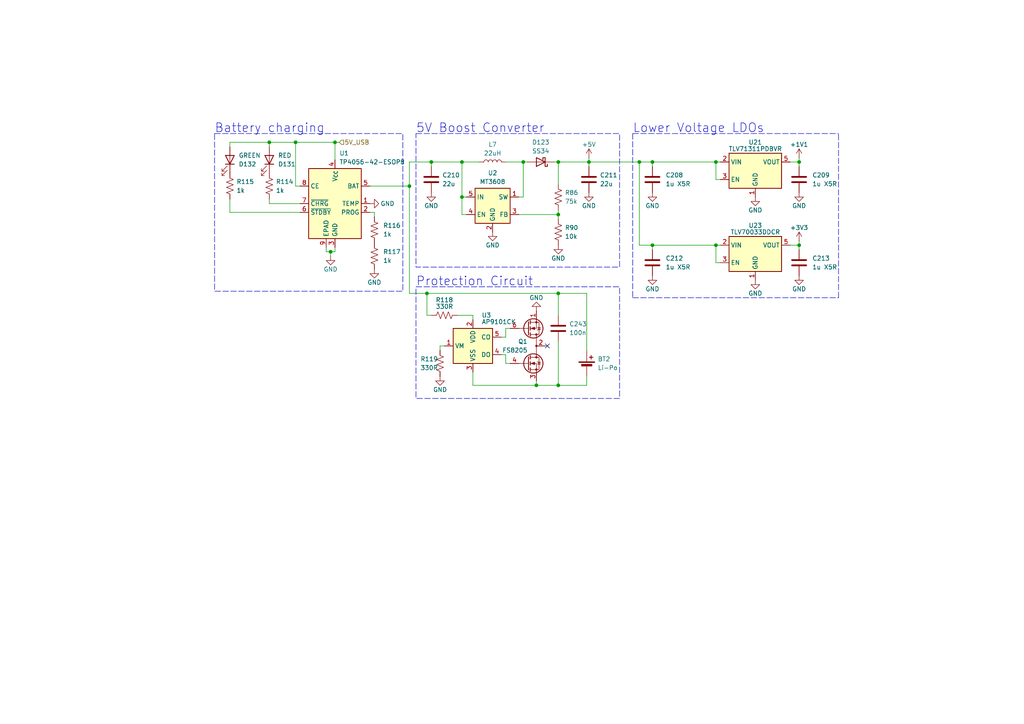
<source format=kicad_sch>
(kicad_sch (version 20250114) (generator "eeschema") (generator_version "9.0")
  (paper "A4")
  (lib_symbols
    (symbol "Battery_Management:AP9101CK"
      (property "Reference" "U3" (at 2.54 8.89 0))
      (property "Value" "AP9101CK" (at 2.54 6.985 0))
      (symbol "AP9101CK_0_1"
        (rectangle (start -5.715 5.08) (end 5.715 -5.08) (stroke (width 0.254)) (fill (type background)))
      )
      (symbol "AP9101CK_1_1"
        (pin passive line (at -8.255 0 0) (length 2.54) (name "VM") (number "1"))
        (pin power_in line (at 0 7.62 270) (length 2.54) (name "VDD") (number "2"))
        (pin power_in line (at 0 -7.62 90) (length 2.54) (name "VSS") (number "3"))
        (pin output line (at 8.255 2.54 180) (length 2.54) (name "CO") (number "5"))
        (pin output line (at 8.255 -2.54 180) (length 2.54) (name "DO") (number "4"))
      )
    )
    (symbol "Battery_Management:TP4056-42-ESOP8"
      (property "Reference" "U" (at -6.604 11.684 0))
      (property "Value" "TP4056-42-ESOP8" (at 10.16 11.684 0))
      (symbol "TP4056-42-ESOP8_1_0"
        (pin input line (at -10.16 5.08 0) (length 2.54) (name "CE") (number "8"))
        (pin open_collector line (at -10.16 0 0) (length 2.54) (name "~{CHRG}") (number "7"))
        (pin open_collector line (at -10.16 -2.54 0) (length 2.54) (name "~{STDBY}") (number "6"))
        (pin passive line (at -2.54 -12.7 90) (length 2.54) (name "EPAD") (number "9"))
        (pin power_in line (at 0 12.7 270) (length 2.54) (name "V_{CC}") (number "4"))
        (pin power_in line (at 0 -12.7 90) (length 2.54) (name "GND") (number "3"))
        (pin power_out line (at 10.16 5.08 180) (length 2.54) (name "BAT") (number "5"))
        (pin input line (at 10.16 0 180) (length 2.54) (name "TEMP") (number "1"))
        (pin passive line (at 10.16 -2.54 180) (length 2.54) (name "PROG") (number "2"))
      )
      (symbol "TP4056-42-ESOP8_1_1"
        (rectangle (start -7.62 10.16) (end 7.62 -10.16) (stroke (width 0.254)) (fill (type background)))
      )
    )
    (symbol "Device:Battery_Cell" (pin_numbers (hide yes)) (pin_names (offset 0) (hide yes))
      (property "Reference" "BT" (at 2.54 2.54 0))
      (property "Value" "Battery_Cell" (at 2.54 0 0))
      (symbol "Battery_Cell_0_1"
        (rectangle (start -2.286 1.778) (end 2.286 1.524) (fill (type outline)))
        (rectangle (start -1.524 1.016) (end 1.524 0.508) (fill (type outline)))
        (polyline (pts (xy 0 1.778) (xy 0 2.54)))
        (polyline (pts (xy 0 0.762) (xy 0 0)))
        (polyline (pts (xy 0.762 3.048) (xy 1.778 3.048)) (stroke (width 0.254)))
        (polyline (pts (xy 1.27 3.556) (xy 1.27 2.54)) (stroke (width 0.254)))
      )
      (symbol "Battery_Cell_1_1"
        (pin passive line (at 0 5.08 270) (length 2.54) (name "+") (number "1"))
        (pin passive line (at 0 -2.54 90) (length 2.54) (name "-") (number "2"))
      )
    )
    (symbol "Device:C" (pin_numbers (hide yes)) (pin_names (offset 0.254))
      (property "Reference" "C" (at 0.635 2.54 0))
      (property "Value" "C" (at 0.635 -2.54 0))
      (symbol "C_0_1"
        (polyline (pts (xy -2.032 0.762) (xy 2.032 0.762)) (stroke (width 0.508)))
        (polyline (pts (xy -2.032 -0.762) (xy 2.032 -0.762)) (stroke (width 0.508)))
      )
      (symbol "C_1_1"
        (pin passive line (at 0 3.81 270) (length 2.794) (name "~") (number "1"))
        (pin passive line (at 0 -3.81 90) (length 2.794) (name "~") (number "2"))
      )
    )
    (symbol "Device:D_Schottky" (pin_numbers (hide yes)) (pin_names (offset 1.016) (hide yes))
      (property "Reference" "D" (at 0 2.54 0))
      (property "Value" "D_Schottky" (at 0 -2.54 0))
      (symbol "D_Schottky_0_1"
        (polyline (pts (xy -1.905 0.635) (xy -1.905 1.27) (xy -1.27 1.27) (xy -1.27 -1.27) (xy -0.635 -1.27) (xy -0.635 -0.635)) (stroke (width 0.254)))
        (polyline (pts (xy 1.27 1.27) (xy 1.27 -1.27) (xy -1.27 0) (xy 1.27 1.27)) (stroke (width 0.254)))
        (polyline (pts (xy 1.27 0) (xy -1.27 0)))
      )
      (symbol "D_Schottky_1_1"
        (pin passive line (at -3.81 0 0) (length 2.54) (name "K") (number "1"))
        (pin passive line (at 3.81 0 180) (length 2.54) (name "A") (number "2"))
      )
    )
    (symbol "Device:L" (pin_numbers (hide yes)) (pin_names (offset 1.016) (hide yes))
      (property "Reference" "L" (at -1.27 0 90))
      (property "Value" "L" (at 1.905 0 90))
      (symbol "L_0_1"
        (arc (start 0 2.54) (mid 0.6323 1.905) (end 0 1.27))
        (arc (start 0 1.27) (mid 0.6323 0.635) (end 0 0))
        (arc (start 0 0) (mid 0.6323 -0.635) (end 0 -1.27))
        (arc (start 0 -1.27) (mid 0.6323 -1.905) (end 0 -2.54))
      )
      (symbol "L_1_1"
        (pin passive line (at 0 3.81 270) (length 1.27) (name "1") (number "1"))
        (pin passive line (at 0 -3.81 90) (length 1.27) (name "2") (number "2"))
      )
    )
    (symbol "Device:LED" (pin_numbers (hide yes)) (pin_names (offset 1.016) (hide yes))
      (property "Reference" "D" (at 0 2.54 0))
      (property "Value" "LED" (at 0 -2.54 0))
      (symbol "LED_0_1"
        (polyline (pts (xy -3.048 -0.762) (xy -4.572 -2.286) (xy -3.81 -2.286) (xy -4.572 -2.286) (xy -4.572 -1.524)))
        (polyline (pts (xy -1.778 -0.762) (xy -3.302 -2.286) (xy -2.54 -2.286) (xy -3.302 -2.286) (xy -3.302 -1.524)))
        (polyline (pts (xy -1.27 0) (xy 1.27 0)))
        (polyline (pts (xy -1.27 -1.27) (xy -1.27 1.27)) (stroke (width 0.254)))
        (polyline (pts (xy 1.27 -1.27) (xy 1.27 1.27) (xy -1.27 0) (xy 1.27 -1.27)) (stroke (width 0.254)))
      )
      (symbol "LED_1_1"
        (pin passive line (at -3.81 0 0) (length 2.54) (name "K") (number "1"))
        (pin passive line (at 3.81 0 180) (length 2.54) (name "A") (number "2"))
      )
    )
    (symbol "Device:R_US" (pin_numbers (hide yes)) (pin_names (offset 0))
      (property "Reference" "R" (at 2.54 0 90))
      (property "Value" "R_US" (at -2.54 0 90))
      (symbol "R_US_0_1"
        (polyline (pts (xy 0 2.286) (xy 0 2.54)))
        (polyline (pts (xy 0 2.286) (xy 1.016 1.905) (xy 0 1.524) (xy -1.016 1.143) (xy 0 0.762)))
        (polyline (pts (xy 0 0.762) (xy 1.016 0.381) (xy 0 0) (xy -1.016 -0.381) (xy 0 -0.762)))
        (polyline (pts (xy 0 -0.762) (xy 1.016 -1.143) (xy 0 -1.524) (xy -1.016 -1.905) (xy 0 -2.286)))
        (polyline (pts (xy 0 -2.286) (xy 0 -2.54)))
      )
      (symbol "R_US_1_1"
        (pin passive line (at 0 3.81 270) (length 1.27) (name "~") (number "1"))
        (pin passive line (at 0 -3.81 90) (length 1.27) (name "~") (number "2"))
      )
    )
    (symbol "Regulator_Linear:ADP7182AUJZ-1.8"
      (property "Reference" "U" (at 0 -7.62 0))
      (property "Value" "ADP7182AUJZ-1.8" (at 0 -6.35 0))
      (symbol "ADP7182AUJZ-1.8_0_1"
        (rectangle (start -7.62 5.08) (end 7.62 -5.08) (stroke (width 0.254)) (fill (type background)))
      )
      (symbol "ADP7182AUJZ-1.8_1_1"
        (pin input line (at -10.16 2.54 0) (length 2.54) (name "EN") (number "3"))
        (pin power_in line (at -10.16 -2.54 0) (length 2.54) (name "VIN") (number "2"))
        (pin power_in line (at 0 7.62 270) (length 2.54) (name "GND") (number "1"))
        (pin no_connect line (at 7.62 0 180) (length 2.54) (hide yes) (name "NC") (number "4"))
        (pin power_out line (at 10.16 -2.54 180) (length 2.54) (name "VOUT") (number "5"))
      )
    )
    (symbol "Regulator_Switching:MT3608"
      (property "Reference" "U" (at -2.54 8.89 0))
      (property "Value" "MT3608" (at -3.81 6.35 0))
      (symbol "MT3608_0_1"
        (rectangle (start -5.08 5.08) (end 5.08 -5.08) (stroke (width 0.254)) (fill (type background)))
      )
      (symbol "MT3608_1_1"
        (pin power_in line (at -7.62 2.54 0) (length 2.54) (name "IN") (number "5"))
        (pin input line (at -7.62 -2.54 0) (length 2.54) (name "EN") (number "4"))
        (pin power_in line (at 0 -7.62 90) (length 2.54) (name "GND") (number "2"))
        (pin no_connect line (at 5.08 0 180) (length 2.54) (hide yes) (name "NC") (number "6"))
        (pin passive line (at 7.62 2.54 180) (length 2.54) (name "SW") (number "1"))
        (pin input line (at 7.62 -2.54 180) (length 2.54) (name "FB") (number "3"))
      )
    )
    (symbol "Transistor_FET:DMG9926UDM" (pin_names (hide yes))
      (property "Reference" "Q" (at 2.54 6.985 0))
      (property "Value" "DMG9926UDM" (at 2.54 5.08 0))
      (symbol "DMG9926UDM_0_1"
        (polyline (pts (xy -2.286 5.08) (xy -5.08 5.08)))
        (polyline (pts (xy -2.286 3.175) (xy -2.286 6.985)) (stroke (width 0.254)))
        (polyline (pts (xy -1.778 6.858) (xy 0.762 6.858) (xy 0.762 3.302) (xy -1.778 3.302)))
        (polyline (pts (xy -1.778 6.35) (xy -1.778 7.366)) (stroke (width 0.254)))
        (polyline (pts (xy -1.778 4.572) (xy -1.778 5.588)) (stroke (width 0.254)))
        (polyline (pts (xy -1.778 2.794) (xy -1.778 3.81)) (stroke (width 0.254)))
        (polyline (pts (xy -1.524 5.08) (xy -0.508 4.699) (xy -0.508 5.461) (xy -1.524 5.08)) (fill (type outline)))
        (circle (center -0.889 5.08) (radius 2.794) (stroke (width 0.254)))
        (polyline (pts (xy 0 7.62) (xy 0 5.08) (xy -1.778 5.08)))
        (circle (center 0 6.858) (radius 0.254) (fill (type outline)))
        (circle (center 0 3.302) (radius 0.254) (fill (type outline)))
        (polyline (pts (xy 0 -3.302) (xy 0 3.302)))
        (polyline (pts (xy 0.254 4.572) (xy 0.381 4.699) (xy 1.143 4.699) (xy 1.27 4.826)))
        (polyline (pts (xy 0.762 4.699) (xy 0.381 5.334) (xy 1.143 5.334) (xy 0.762 4.699)))
      )
      (symbol "DMG9926UDM_1_1"
        (polyline (pts (xy -2.286 -3.175) (xy -2.286 -6.985)) (stroke (width 0.254)))
        (polyline (pts (xy -2.286 -5.08) (xy -5.08 -5.08)))
        (polyline (pts (xy -1.778 -2.794) (xy -1.778 -3.81)) (stroke (width 0.254)))
        (polyline (pts (xy -1.778 -4.572) (xy -1.778 -5.588)) (stroke (width 0.254)))
        (polyline (pts (xy -1.778 -6.35) (xy -1.778 -7.366)) (stroke (width 0.254)))
        (polyline (pts (xy -1.778 -6.858) (xy 0.762 -6.858) (xy 0.762 -3.302) (xy -1.778 -3.302)))
        (polyline (pts (xy -1.524 -5.08) (xy -0.508 -4.699) (xy -0.508 -5.461) (xy -1.524 -5.08)) (fill (type outline)))
        (circle (center -0.889 -5.08) (radius 2.794) (stroke (width 0.254)))
        (circle (center 0 0) (radius 0.254) (fill (type outline)))
        (circle (center 0 -3.302) (radius 0.254) (fill (type outline)))
        (circle (center 0 -6.858) (radius 0.254) (fill (type outline)))
        (polyline (pts (xy 0 -7.62) (xy 0 -5.08) (xy -1.778 -5.08)))
        (polyline (pts (xy 0.254 -4.572) (xy 0.381 -4.699) (xy 1.143 -4.699) (xy 1.27 -4.826)))
        (polyline (pts (xy 0.762 -4.699) (xy 0.381 -5.334) (xy 1.143 -5.334) (xy 0.762 -4.699)))
        (pin input line (at -7.62 5.08 0) (length 2.54) (name "G1") (number "6"))
        (pin input line (at -7.62 -5.08 0) (length 2.54) (name "G2") (number "4"))
        (pin passive line (at 0 10.16 270) (length 2.54) (name "D1") (number "1"))
        (pin passive line (at 0 -10.16 90) (length 2.54) (name "S2") (number "3"))
        (pin passive line (at 2.54 0 180) (length 2.54) (name "S1/D2") (number "2"))
        (pin passive line (at 2.54 0 180) (length 2.54) (hide yes) (name "S1/D2") (number "5"))
      )
    )
    (symbol "power:+1V1" (power) (pin_numbers (hide yes)) (pin_names (offset 0) (hide yes))
      (property "Value" "+1V1" (at 0 3.556 0))
      (symbol "+1V1_0_1"
        (polyline (pts (xy -0.762 1.27) (xy 0 2.54)))
        (polyline (pts (xy 0 2.54) (xy 0.762 1.27)))
        (polyline (pts (xy 0 0) (xy 0 2.54)))
      )
      (symbol "+1V1_1_1"
        (pin power_in line (at 0 0 90) (length 0) (name "~") (number "1"))
      )
    )
    (symbol "power:+3V3" (power) (pin_numbers (hide yes)) (pin_names (offset 0) (hide yes))
      (property "Value" "+3V3" (at 0 3.556 0))
      (symbol "+3V3_0_1"
        (polyline (pts (xy -0.762 1.27) (xy 0 2.54)))
        (polyline (pts (xy 0 2.54) (xy 0.762 1.27)))
        (polyline (pts (xy 0 0) (xy 0 2.54)))
      )
      (symbol "+3V3_1_1"
        (pin power_in line (at 0 0 90) (length 0) (name "~") (number "1"))
      )
    )
    (symbol "power:+5V" (power) (pin_numbers (hide yes)) (pin_names (offset 0) (hide yes))
      (property "Value" "+5V" (at 0 3.556 0))
      (symbol "+5V_0_1"
        (polyline (pts (xy -0.762 1.27) (xy 0 2.54)))
        (polyline (pts (xy 0 2.54) (xy 0.762 1.27)))
        (polyline (pts (xy 0 0) (xy 0 2.54)))
      )
      (symbol "+5V_1_1"
        (pin power_in line (at 0 0 90) (length 0) (name "~") (number "1"))
      )
    )
    (symbol "power:GND" (power) (pin_names (offset 0))
      (property "Value" "GND" (at 0 -3.81 0))
      (symbol "GND_0_1"
        (polyline (pts (xy 0 0) (xy 0 -1.27) (xy 1.27 -1.27) (xy 0 -2.54) (xy -1.27 -1.27) (xy 0 -1.27)))
      )
      (symbol "GND_1_1"
        (pin power_in line (at 0 0 270) (length 0) (hide yes) (name "GND") (number "1"))
      )
    )
  )
  (rectangle (start 120.65 38.735) (end 179.705 77.47) (stroke (width 0) (type dash)))
  (rectangle (start 120.65 83.185) (end 179.705 115.57) (stroke (width 0) (type dash)))
  (rectangle (start 62.23 38.735) (end 116.84 84.455) (stroke (width 0) (type dash)))
  (text "5V Boost Converter" (at 120.65 38.735 0) (effects (font (size 2.54 2.54)) (justify left bottom)))
  (text "Protection Circuit" (at 120.65 83.185 0) (effects (font (size 2.54 2.54)) (justify left bottom)))
  (text "Lower Voltage LDOs" (at 183.515 38.735 0) (effects (font (size 2.54 2.54)) (justify left bottom)))
  (text "Battery charging" (at 62.23 38.735 0) (effects (font (size 2.54 2.54)) (justify left bottom)))
  (junction (at 151.765 46.99))
  (junction (at 155.575 111.76))
  (junction (at 133.985 57.15))
  (junction (at 97.155 41.275))
  (junction (at 95.885 73.025))
  (junction (at 207.645 46.99))
  (junction (at 118.745 53.975))
  (junction (at 185.42 46.99))
  (junction (at 125.095 46.99))
  (junction (at 189.23 71.12))
  (junction (at 85.725 41.275))
  (junction (at 161.925 85.09))
  (junction (at 161.925 46.99))
  (junction (at 231.775 46.99))
  (junction (at 161.925 62.23))
  (junction (at 78.105 41.275))
  (junction (at 189.23 46.99))
  (junction (at 231.775 71.12))
  (junction (at 161.925 111.76))
  (junction (at 123.825 85.09))
  (junction (at 133.985 46.99))
  (junction (at 170.815 46.99))
  (junction (at 207.645 71.12))
  (no_connect (at 158.75 100.33))
  (wire (pts (xy 94.615 71.755) (xy 94.615 73.025)))
  (wire (pts (xy 97.155 73.025) (xy 97.155 71.755)))
  (wire (pts (xy 150.495 62.23) (xy 161.925 62.23)))
  (wire (pts (xy 146.685 97.79) (xy 146.685 95.25)))
  (wire (pts (xy 145.415 97.79) (xy 146.685 97.79)))
  (wire (pts (xy 125.095 91.44) (xy 123.825 91.44)))
  (wire (pts (xy 231.775 71.12) (xy 229.235 71.12)))
  (wire (pts (xy 161.925 46.99) (xy 170.815 46.99)))
  (wire (pts (xy 85.725 41.275) (xy 78.105 41.275)))
  (wire (pts (xy 146.685 102.87) (xy 146.685 105.41)))
  (wire (pts (xy 231.775 48.26) (xy 231.775 46.99)))
  (wire (pts (xy 231.775 72.39) (xy 231.775 71.12)))
  (wire (pts (xy 145.415 102.87) (xy 146.685 102.87)))
  (wire (pts (xy 189.23 71.12) (xy 207.645 71.12)))
  (wire (pts (xy 231.775 45.72) (xy 231.775 46.99)))
  (wire (pts (xy 94.615 73.025) (xy 95.885 73.025)))
  (wire (pts (xy 133.985 57.15) (xy 133.985 62.23)))
  (wire (pts (xy 108.585 61.595) (xy 108.585 62.865)))
  (wire (pts (xy 125.095 46.99) (xy 125.095 48.26)))
  (wire (pts (xy 125.095 46.99) (xy 118.745 46.99)))
  (wire (pts (xy 86.995 61.595) (xy 66.675 61.595)))
  (wire (pts (xy 133.985 46.99) (xy 133.985 57.15)))
  (wire (pts (xy 97.155 41.275) (xy 97.155 46.355)))
  (wire (pts (xy 127.635 101.6) (xy 127.635 100.33)))
  (wire (pts (xy 123.825 85.09) (xy 161.925 85.09)))
  (wire (pts (xy 207.645 71.12) (xy 207.645 76.2)))
  (wire (pts (xy 137.16 111.76) (xy 137.16 107.95)))
  (polyline (pts (xy 183.515 38.735) (xy 183.515 86.36)) (stroke (width 0) (type dash)))
  (wire (pts (xy 170.18 109.22) (xy 170.18 111.76)))
  (wire (pts (xy 155.575 111.76) (xy 161.925 111.76)))
  (wire (pts (xy 86.995 53.975) (xy 85.725 53.975)))
  (wire (pts (xy 207.645 46.99) (xy 207.645 52.07)))
  (wire (pts (xy 161.925 46.99) (xy 160.655 46.99)))
  (wire (pts (xy 86.995 59.055) (xy 78.105 59.055)))
  (wire (pts (xy 185.42 46.99) (xy 185.42 71.12)))
  (wire (pts (xy 170.18 85.09) (xy 170.18 101.6)))
  (wire (pts (xy 95.885 73.025) (xy 95.885 74.295)))
  (polyline (pts (xy 183.515 38.735) (xy 243.205 38.735)) (stroke (width 0) (type dash)))
  (wire (pts (xy 133.985 57.15) (xy 135.255 57.15)))
  (wire (pts (xy 189.23 46.99) (xy 207.645 46.99)))
  (wire (pts (xy 170.815 48.26) (xy 170.815 46.99)))
  (wire (pts (xy 78.105 41.275) (xy 78.105 42.545)))
  (wire (pts (xy 161.925 111.76) (xy 170.18 111.76)))
  (wire (pts (xy 107.315 61.595) (xy 108.585 61.595)))
  (wire (pts (xy 151.765 57.15) (xy 150.495 57.15)))
  (wire (pts (xy 158.75 100.33) (xy 158.115 100.33)))
  (wire (pts (xy 118.745 85.09) (xy 123.825 85.09)))
  (wire (pts (xy 123.825 85.09) (xy 123.825 91.44)))
  (wire (pts (xy 66.675 41.275) (xy 66.675 42.545)))
  (wire (pts (xy 189.23 72.39) (xy 189.23 71.12)))
  (wire (pts (xy 185.42 46.99) (xy 189.23 46.99)))
  (wire (pts (xy 139.065 46.99) (xy 133.985 46.99)))
  (wire (pts (xy 208.915 76.2) (xy 207.645 76.2)))
  (wire (pts (xy 118.745 53.975) (xy 118.745 85.09)))
  (wire (pts (xy 207.645 46.99) (xy 208.915 46.99)))
  (wire (pts (xy 137.16 91.44) (xy 137.16 92.71)))
  (wire (pts (xy 146.685 95.25) (xy 147.955 95.25)))
  (wire (pts (xy 85.725 53.975) (xy 85.725 41.275)))
  (wire (pts (xy 66.675 61.595) (xy 66.675 57.785)))
  (wire (pts (xy 95.885 73.025) (xy 97.155 73.025)))
  (wire (pts (xy 153.035 46.99) (xy 151.765 46.99)))
  (wire (pts (xy 146.685 46.99) (xy 151.765 46.99)))
  (wire (pts (xy 161.925 85.09) (xy 170.18 85.09)))
  (polyline (pts (xy 183.515 86.36) (xy 243.205 86.36)) (stroke (width 0) (type dash)))
  (wire (pts (xy 146.685 105.41) (xy 147.955 105.41)))
  (wire (pts (xy 137.16 111.76) (xy 155.575 111.76)))
  (wire (pts (xy 208.915 52.07) (xy 207.645 52.07)))
  (wire (pts (xy 107.315 53.975) (xy 118.745 53.975)))
  (wire (pts (xy 125.095 46.99) (xy 133.985 46.99)))
  (wire (pts (xy 155.575 110.49) (xy 155.575 111.76)))
  (wire (pts (xy 127.635 100.33) (xy 128.905 100.33)))
  (wire (pts (xy 231.775 69.85) (xy 231.775 71.12)))
  (wire (pts (xy 78.105 59.055) (xy 78.105 57.785)))
  (wire (pts (xy 151.765 46.99) (xy 151.765 57.15)))
  (wire (pts (xy 85.725 41.275) (xy 97.155 41.275)))
  (wire (pts (xy 229.235 46.99) (xy 231.775 46.99)))
  (wire (pts (xy 189.23 48.26) (xy 189.23 46.99)))
  (wire (pts (xy 132.715 91.44) (xy 137.16 91.44)))
  (wire (pts (xy 98.425 41.275) (xy 97.155 41.275)))
  (wire (pts (xy 78.105 41.275) (xy 66.675 41.275)))
  (wire (pts (xy 161.925 60.96) (xy 161.925 62.23)))
  (wire (pts (xy 118.745 46.99) (xy 118.745 53.975)))
  (wire (pts (xy 161.925 46.99) (xy 161.925 53.34)))
  (wire (pts (xy 207.645 71.12) (xy 208.915 71.12)))
  (wire (pts (xy 135.255 62.23) (xy 133.985 62.23)))
  (polyline (pts (xy 243.205 86.36) (xy 243.205 38.735)) (stroke (width 0) (type dash)))
  (wire (pts (xy 185.42 71.12) (xy 189.23 71.12)))
  (wire (pts (xy 170.815 45.72) (xy 170.815 46.99)))
  (wire (pts (xy 170.815 46.99) (xy 185.42 46.99)))
  (wire (pts (xy 161.925 62.23) (xy 161.925 63.5)))
  (wire (pts (xy 161.925 85.09) (xy 161.925 91.44)))
  (wire (pts (xy 161.925 99.06) (xy 161.925 111.76)))
  (hierarchical_label "5V_USB" (shape input) (at 98.425 41.275 0))
  (symbol (lib_id "Device:R_US") (at 161.925 67.31 0) (unit 1)
    (property "Reference" "R109" (at 163.83 66.04 0) (effects (justify left)))
    (property "Value" "10k" (at 163.83 68.58 0) (effects (justify left)))
    (property "Footprint" "Resistor_SMD:R_0603_1608Metric" (effects (hide yes)))
    (instances (project "Li-Ion Charge Boost Protect" (path "" (reference "R90") (unit 1))) (project "Schematics and PCB" (path "" (reference "R109") (unit 1))))
  )
  (symbol (lib_id "power:GND") (at 155.575 90.17 180) (unit 1)
    (property "Reference" "#PWR0596" (effects (hide yes)))
    (property "Value" "GND" (at 155.575 86.36 0))
  )
  (symbol (lib_id "power:GND") (at 127.635 109.22 0) (unit 1)
    (property "Reference" "#PWR0595" (effects (hide yes)))
    (property "Value" "GND" (at 127.635 113.03 0))
  )
  (symbol (lib_id "Device:R_US") (at 78.105 53.975 180) (unit 1)
    (property "Reference" "R114" (at 80.01 52.705 0) (effects (justify right)))
    (property "Value" "1k" (at 80.01 55.245 0) (effects (justify right)))
    (property "Footprint" "Resistor_SMD:R_0603_1608Metric" (effects (hide yes)))
  )
  (symbol (lib_id "Device:L") (at 142.875 46.99 90) (unit 1)
    (property "Reference" "L1" (at 142.875 41.91 90))
    (property "Value" "22uH" (at 142.875 44.45 90))
    (property "Footprint" "Inductor_SMD:L_7.3x7.3_H4.5" (effects (hide yes)))
    (instances (project "Li-Ion Charge Boost Protect" (path "" (reference "L7") (unit 1))) (project "Schematics and PCB" (path "" (reference "L1") (unit 1))))
  )
  (symbol (lib_id "Device:C") (at 125.095 52.07 0) (unit 1)
    (property "Reference" "C210" (at 128.27 50.8 0) (effects (justify left)))
    (property "Value" "22u" (at 128.27 53.34 0) (effects (justify left)))
  )
  (symbol (lib_id "power:GND") (at 125.095 55.88 0) (unit 1)
    (property "Reference" "#PWR0441" (effects (hide yes)))
    (property "Value" "GND" (at 125.095 59.69 0))
  )
  (symbol (lib_id "power:+3V3") (at 231.775 69.85 0) (unit 1)
    (property "Reference" "#PWR064" (effects (hide yes)))
    (property "Value" "+3V3" (at 231.775 66.04 0))
    (property "Description" "Power symbol creates a global label with name \"+3V3\"" (effects (hide yes)))
  )
  (symbol (lib_id "Regulator_Linear:ADP7182AUJZ-1.8") (at 219.075 49.53 0) (mirror x) (unit 1)
    (property "Reference" "U21" (at 219.075 41.275 0))
    (property "Value" "TLV71311PDBVR" (at 219.075 43.18 0))
    (property "Footprint" "Package_TO_SOT_SMD:TSOT-23-5" (effects (hide yes)))
    (property "Datasheet" "https://www.analog.com/media/en/technical-documentation/data-sheets/ADP7182.pdf" (effects (hide yes)))
  )
  (symbol (lib_id "power:GND") (at 107.315 59.055 90) (unit 1)
    (property "Reference" "#PWR0590" (effects (hide yes)))
    (property "Value" "GND" (at 112.395 59.055 90))
  )
  (symbol (lib_id "power:GND") (at 161.925 71.12 0) (unit 1)
    (property "Reference" "#PWR0440" (effects (hide yes)))
    (property "Value" "GND" (at 161.925 74.93 0))
    (instances (project "Li-Ion Charge Boost Protect" (path "" (reference "#PWR0341") (unit 1))) (project "Schematics and PCB" (path "" (reference "#PWR0440") (unit 1))))
  )
  (symbol (lib_id "Device:C") (at 170.815 52.07 0) (unit 1)
    (property "Reference" "C211" (at 173.99 50.8 0) (effects (justify left)))
    (property "Value" "22u" (at 173.99 53.34 0) (effects (justify left)))
  )
  (symbol (lib_id "Device:R_US") (at 161.925 57.15 0) (unit 1)
    (property "Reference" "R105" (at 163.83 55.88 0) (effects (justify left)))
    (property "Value" "75k" (at 163.83 58.42 0) (effects (justify left)))
    (property "Footprint" "Resistor_SMD:R_0603_1608Metric" (effects (hide yes)))
    (instances (project "Li-Ion Charge Boost Protect" (path "" (reference "R86") (unit 1))) (project "Schematics and PCB" (path "" (reference "R105") (unit 1))))
  )
  (symbol (lib_id "Battery_Management:TP4056-42-ESOP8") (at 97.155 59.055 0) (unit 1)
    (property "Reference" "U1" (at 98.425 44.45 0) (effects (justify left)))
    (property "Value" "TP4056-42-ESOP8" (at 98.425 46.99 0) (effects (justify left)))
    (property "Footprint" "Package_SO:SOIC-8-1EP_3.9x4.9mm_P1.27mm_EP2.41x3.3mm_ThermalVias" (effects (hide yes)))
    (property "Datasheet" "https://www.lcsc.com/datasheet/lcsc_datasheet_2410121619_TOPPOWER-Nanjing-Extension-Microelectronics-TP4056-42-ESOP8_C16581.pdf" (effects (hide yes)))
    (property "Description" "1A Standalone Linear Li-ion/LiPo single-cell battery charger, 4.2V ±1% charge voltage, VCC = 4.0..8.0V, SOIC-8 (SOP-8)" (effects (hide yes)))
  )
  (symbol (lib_id "Device:R_US") (at 128.905 91.44 90) (unit 1)
    (property "Reference" "R118" (at 128.9051 86.995 90))
    (property "Value" "330R" (at 128.905 88.9 90))
    (property "Footprint" "Resistor_SMD:R_0603_1608Metric" (effects (hide yes)))
  )
  (symbol (lib_id "Device:C") (at 189.23 76.2 0) (unit 1)
    (property "Reference" "C212" (at 193.04 74.9299 0) (effects (justify left)))
    (property "Value" "1u X5R" (at 193.04 77.4699 0) (effects (justify left)))
  )
  (symbol (lib_id "power:GND") (at 219.075 57.15 0) (unit 1)
    (property "Reference" "#PWR0435" (effects (hide yes)))
    (property "Value" "GND" (at 219.075 60.96 0))
  )
  (symbol (lib_id "Device:C") (at 161.925 95.25 180) (unit 1)
    (property "Reference" "C243" (at 165.1 93.98 0) (effects (justify right)))
    (property "Value" "100n" (at 165.1 96.52 0) (effects (justify right)))
    (property "Footprint" "Capacitor_SMD:C_0603_1608Metric" (effects (hide yes)))
  )
  (symbol (lib_id "power:GND") (at 170.815 55.88 0) (unit 1)
    (property "Reference" "#PWR0593" (effects (hide yes)))
    (property "Value" "GND" (at 170.815 59.69 0))
  )
  (symbol (lib_id "Device:R_US") (at 66.675 53.975 180) (unit 1)
    (property "Reference" "R115" (at 68.58 52.705 0) (effects (justify right)))
    (property "Value" "1k" (at 68.58 55.245 0) (effects (justify right)))
    (property "Footprint" "Resistor_SMD:R_0603_1608Metric" (effects (hide yes)))
  )
  (symbol (lib_id "Device:LED") (at 66.675 46.355 270) (mirror x) (unit 1)
    (property "Reference" "D132" (at 69.215 47.625 90) (effects (justify left)))
    (property "Value" "GREEN" (at 69.215 45.085 90) (effects (justify left)))
    (property "Footprint" "LED_SMD:LED_0805_2012Metric" (effects (hide yes)))
  )
  (symbol (lib_id "power:GND") (at 189.23 80.01 0) (unit 1)
    (property "Reference" "#PWR0442" (effects (hide yes)))
    (property "Value" "GND" (at 189.23 83.82 0))
  )
  (symbol (lib_id "power:GND") (at 189.23 55.88 0) (unit 1)
    (property "Reference" "#PWR0433" (effects (hide yes)))
    (property "Value" "GND" (at 189.23 59.69 0))
  )
  (symbol (lib_id "Device:C") (at 231.775 52.07 0) (unit 1)
    (property "Reference" "C209" (at 235.585 50.7999 0) (effects (justify left)))
    (property "Value" "1u X5R" (at 235.585 53.3399 0) (effects (justify left)))
  )
  (symbol (lib_id "Device:R_US") (at 108.585 74.295 0) (unit 1)
    (property "Reference" "R117" (at 111.125 73.0249 0) (effects (justify left)))
    (property "Value" "1k" (at 111.125 75.5649 0) (effects (justify left)))
    (property "Footprint" "Resistor_SMD:R_0603_1608Metric" (effects (hide yes)))
  )
  (symbol (lib_id "Device:R_US") (at 108.585 66.675 0) (unit 1)
    (property "Reference" "R116" (at 111.125 65.4049 0) (effects (justify left)))
    (property "Value" "1k" (at 111.125 67.9449 0) (effects (justify left)))
    (property "Footprint" "Resistor_SMD:R_0603_1608Metric" (effects (hide yes)))
  )
  (symbol (lib_id "power:GND") (at 108.585 78.105 0) (unit 1)
    (property "Reference" "#PWR0592" (effects (hide yes)))
    (property "Value" "GND" (at 108.585 81.915 0))
  )
  (symbol (lib_id "Device:C") (at 231.775 76.2 0) (unit 1)
    (property "Reference" "C213" (at 235.585 74.9299 0) (effects (justify left)))
    (property "Value" "1u X5R" (at 235.585 77.4699 0) (effects (justify left)))
  )
  (symbol (lib_id "Regulator_Switching:MT3608") (at 142.875 59.69 0) (unit 1)
    (property "Reference" "U2" (at 142.875 50.165 0))
    (property "Value" "MT3608" (at 142.875 52.705 0))
    (property "Footprint" "Package_TO_SOT_SMD:SOT-23-6" (effects (hide yes)))
    (property "Datasheet" "https://www.olimex.com/Products/Breadboarding/BB-PWR-3608/resources/MT3608.pdf" (effects (hide yes)))
    (property "Description" "High Efficiency 1.2MHz 2A Step Up Converter, 2-24V Vin, 28V Vout, 4A current limit, 1.2MHz, SOT23-6" (effects (hide yes)))
  )
  (symbol (lib_id "Regulator_Linear:ADP7182AUJZ-1.8") (at 219.075 73.66 0) (mirror x) (unit 1)
    (property "Reference" "U23" (at 219.075 65.405 0))
    (property "Value" "TLV70033DDCR" (at 219.075 67.31 0))
    (property "Footprint" "Package_TO_SOT_SMD:TSOT-23-5" (effects (hide yes)))
    (property "Datasheet" "https://www.analog.com/media/en/technical-documentation/data-sheets/ADP7182.pdf" (effects (hide yes)))
  )
  (symbol (lib_id "power:GND") (at 231.775 80.01 0) (unit 1)
    (property "Reference" "#PWR0443" (effects (hide yes)))
    (property "Value" "GND" (at 231.775 83.82 0))
  )
  (symbol (lib_id "power:+5V") (at 170.815 45.72 0) (unit 1)
    (property "Reference" "#PWR062" (effects (hide yes)))
    (property "Value" "+5V" (at 170.815 41.91 0))
    (property "Description" "Power symbol creates a global label with name \"+5V\"" (effects (hide yes)))
  )
  (symbol (lib_id "Transistor_FET:DMG9926UDM") (at 155.575 100.33 0) (unit 1)
    (property "Reference" "Q1" (at 153.035 99.06 0) (effects (justify right)))
    (property "Value" "FS8205" (at 153.035 101.6 0) (effects (justify right)))
    (property "Footprint" "Package_TO_SOT_SMD:SOT-23-6" (effects (hide yes)))
    (property "Datasheet" "https://www.ic-fortune.com/upload/Download/FS8205-DS-19_EN.pdf" (effects (hide yes)))
    (property "Description" "4.2A Id, 20V Vds, Common-Drain, Dual Half Bridge N-Channel MOSFET, 28mOhm Ron, SOT-23-6" (effects (hide yes)))
  )
  (symbol (lib_id "power:GND") (at 95.885 74.295 0) (unit 1)
    (property "Reference" "#PWR0591" (effects (hide yes)))
    (property "Value" "GND" (at 95.885 78.105 0))
  )
  (symbol (lib_id "Device:D_Schottky") (at 156.845 46.99 180) (unit 1)
    (property "Reference" "D128" (at 156.845 41.275 0))
    (property "Value" "SS34" (at 156.845 43.815 0))
    (property "Footprint" "Diode_SMD:D_SMC" (effects (hide yes)))
    (instances (project "Li-Ion Charge Boost Protect" (path "" (reference "D123") (unit 1))) (project "Schematics and PCB" (path "" (reference "D128") (unit 1))))
  )
  (symbol (lib_id "power:+1V1") (at 231.775 45.72 0) (unit 1)
    (property "Reference" "#PWR063" (effects (hide yes)))
    (property "Value" "+1V1" (at 231.775 41.91 0))
    (property "Description" "Power symbol creates a global label with name \"+1V1\"" (effects (hide yes)))
  )
  (symbol (lib_id "Device:LED") (at 78.105 46.355 270) (mirror x) (unit 1)
    (property "Reference" "D131" (at 80.645 47.625 90) (effects (justify left)))
    (property "Value" "RED" (at 80.645 45.085 90) (effects (justify left)))
    (property "Footprint" "LED_SMD:LED_0805_2012Metric" (effects (hide yes)))
  )
  (symbol (lib_id "Battery_Management:AP9101CK") (at 137.16 100.33 0) (unit 1)
    (property "Reference" "U3" (at 139.7 91.44 0) (effects (justify left)))
    (property "Value" "AP9101CK" (at 139.7 93.345 0) (effects (justify left)))
    (property "Footprint" "Package_TO_SOT_SMD:SOT-23-5" (effects (hide yes)))
    (property "Datasheet" "https://www.diodes.com/assets/Datasheets/AP9101C.pdf" (effects (hide yes)))
    (property "Description" "Li+ Battery Protection IC for Single Cell Pack, SOT-23-5" (effects (hide yes)))
  )
  (symbol (lib_id "power:GND") (at 219.075 81.28 0) (unit 1)
    (property "Reference" "#PWR0444" (effects (hide yes)))
    (property "Value" "GND" (at 219.075 85.09 0))
  )
  (symbol (lib_id "power:GND") (at 231.775 55.88 0) (unit 1)
    (property "Reference" "#PWR0434" (effects (hide yes)))
    (property "Value" "GND" (at 231.775 59.69 0))
  )
  (symbol (lib_id "Device:R_US") (at 127.635 105.41 0) (unit 1)
    (property "Reference" "R119" (at 121.92 104.14 0) (effects (justify left)))
    (property "Value" "330R" (at 121.92 106.68 0) (effects (justify left)))
    (property "Footprint" "Resistor_SMD:R_0603_1608Metric" (effects (hide yes)))
  )
  (symbol (lib_id "Device:C") (at 189.23 52.07 0) (unit 1)
    (property "Reference" "C208" (at 193.04 50.7999 0) (effects (justify left)))
    (property "Value" "1u X5R" (at 193.04 53.3399 0) (effects (justify left)))
  )
  (symbol (lib_id "power:GND") (at 142.875 67.31 0) (unit 1)
    (property "Reference" "#PWR0439" (effects (hide yes)))
    (property "Value" "GND" (at 142.875 71.12 0))
    (instances (project "Li-Ion Charge Boost Protect" (path "" (reference "#PWR0340") (unit 1))) (project "Schematics and PCB" (path "" (reference "#PWR0439") (unit 1))))
  )
  (symbol (lib_id "Device:Battery_Cell") (at 170.18 106.68 0) (unit 1)
    (property "Reference" "BT2" (at 173.355 104.14 0) (effects (justify left)))
    (property "Value" "Li-Po" (at 173.355 106.68 0) (effects (justify left)))
  )
)
</source>
